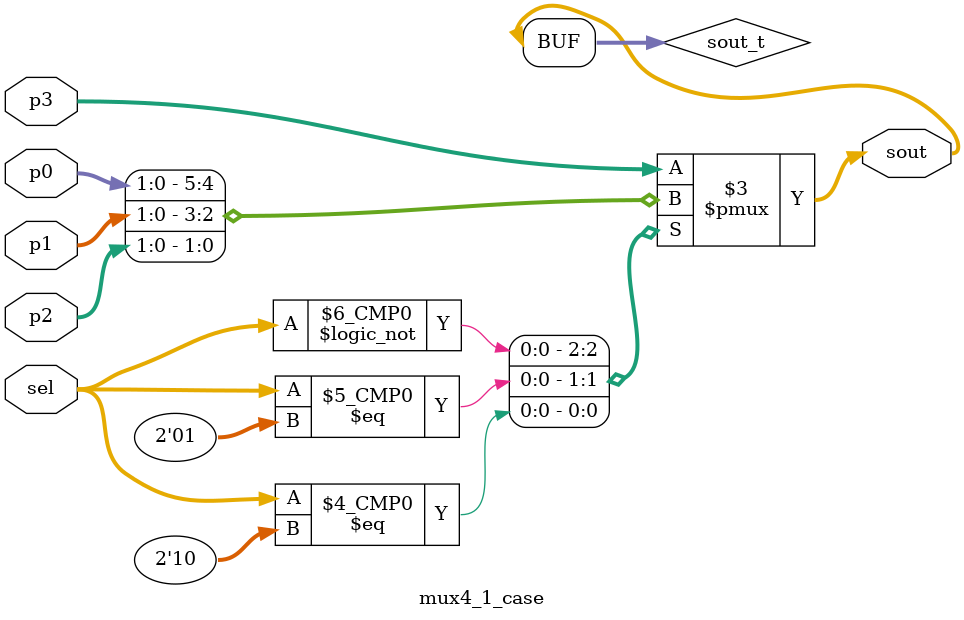
<source format=v>
module mux4_1_case(
    input [1:0] sel,
    input [1:0] p0,
    input [1:0] p1,
    input [1:0] p2,
    input [1:0] p3,
    output [1:0] sout
);
    
    reg [1:0] sout_t;
    always @ (*)
        case(sel)
            2'b00: sout_t = p0;
            2'b01: sout_t = p1;
            2'b10: sout_t = p2;
            default: sout_t = p3;
        endcase
    assign sout = sout_t;

endmodule

</source>
